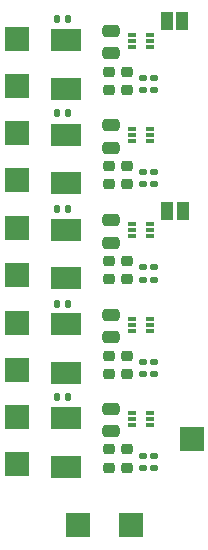
<source format=gbr>
%TF.GenerationSoftware,KiCad,Pcbnew,8.99.0-unknown-3024a7c569~178~ubuntu22.04.1*%
%TF.CreationDate,2024-05-15T11:10:46+10:00*%
%TF.ProjectId,PSU-Plus,5053552d-506c-4757-932e-6b696361645f,rev?*%
%TF.SameCoordinates,Original*%
%TF.FileFunction,Soldermask,Top*%
%TF.FilePolarity,Negative*%
%FSLAX46Y46*%
G04 Gerber Fmt 4.6, Leading zero omitted, Abs format (unit mm)*
G04 Created by KiCad (PCBNEW 8.99.0-unknown-3024a7c569~178~ubuntu22.04.1) date 2024-05-15 11:10:46*
%MOMM*%
%LPD*%
G01*
G04 APERTURE LIST*
G04 Aperture macros list*
%AMRoundRect*
0 Rectangle with rounded corners*
0 $1 Rounding radius*
0 $2 $3 $4 $5 $6 $7 $8 $9 X,Y pos of 4 corners*
0 Add a 4 corners polygon primitive as box body*
4,1,4,$2,$3,$4,$5,$6,$7,$8,$9,$2,$3,0*
0 Add four circle primitives for the rounded corners*
1,1,$1+$1,$2,$3*
1,1,$1+$1,$4,$5*
1,1,$1+$1,$6,$7*
1,1,$1+$1,$8,$9*
0 Add four rect primitives between the rounded corners*
20,1,$1+$1,$2,$3,$4,$5,0*
20,1,$1+$1,$4,$5,$6,$7,0*
20,1,$1+$1,$6,$7,$8,$9,0*
20,1,$1+$1,$8,$9,$2,$3,0*%
G04 Aperture macros list end*
%ADD10RoundRect,0.140000X0.140000X0.170000X-0.140000X0.170000X-0.140000X-0.170000X0.140000X-0.170000X0*%
%ADD11R,2.500000X1.900000*%
%ADD12R,2.000000X2.000000*%
%ADD13RoundRect,0.250000X0.475000X-0.250000X0.475000X0.250000X-0.475000X0.250000X-0.475000X-0.250000X0*%
%ADD14RoundRect,0.225000X0.250000X-0.225000X0.250000X0.225000X-0.250000X0.225000X-0.250000X-0.225000X0*%
%ADD15RoundRect,0.135000X0.185000X-0.135000X0.185000X0.135000X-0.185000X0.135000X-0.185000X-0.135000X0*%
%ADD16RoundRect,0.085000X-0.265000X-0.085000X0.265000X-0.085000X0.265000X0.085000X-0.265000X0.085000X0*%
%ADD17R,1.000000X1.500000*%
G04 APERTURE END LIST*
D10*
%TO.C,C1*%
X169920000Y-137500000D03*
X170880000Y-137500000D03*
%TD*%
D11*
%TO.C,L2*%
X170750000Y-131350000D03*
X170750000Y-135450000D03*
%TD*%
%TO.C,L5*%
X170750000Y-107300000D03*
X170750000Y-111400000D03*
%TD*%
%TO.C,L4*%
X170750000Y-115300000D03*
X170750000Y-119400000D03*
%TD*%
%TO.C,L3*%
X170750000Y-123350000D03*
X170750000Y-127450000D03*
%TD*%
%TO.C,L1*%
X170750000Y-139300000D03*
X170750000Y-143400000D03*
%TD*%
D12*
%TO.C,TP1*%
X176200000Y-148350000D03*
%TD*%
%TO.C,TP3*%
X171700000Y-148350000D03*
%TD*%
D13*
%TO.C,C6*%
X174536000Y-132450000D03*
X174536000Y-130550000D03*
%TD*%
%TO.C,C2*%
X174536000Y-140400000D03*
X174536000Y-138500000D03*
%TD*%
D14*
%TO.C,C4*%
X175900000Y-143500000D03*
X175900000Y-141950000D03*
%TD*%
%TO.C,C7*%
X174400000Y-135550000D03*
X174400000Y-134000000D03*
%TD*%
D10*
%TO.C,C5*%
X170880000Y-129600000D03*
X169920000Y-129600000D03*
%TD*%
D14*
%TO.C,C3*%
X174400000Y-143500000D03*
X174400000Y-141950000D03*
%TD*%
D15*
%TO.C,R5*%
X177200000Y-127560000D03*
X177200000Y-126540000D03*
%TD*%
D14*
%TO.C,C16*%
X175900000Y-119500000D03*
X175900000Y-117950000D03*
%TD*%
D15*
%TO.C,R6*%
X178200000Y-127560000D03*
X178200000Y-126540000D03*
%TD*%
D14*
%TO.C,C8*%
X175900000Y-135550000D03*
X175900000Y-134000000D03*
%TD*%
D10*
%TO.C,C9*%
X170880000Y-121600000D03*
X169920000Y-121600000D03*
%TD*%
D13*
%TO.C,C10*%
X174536000Y-124450000D03*
X174536000Y-122550000D03*
%TD*%
D14*
%TO.C,C11*%
X174400000Y-127550000D03*
X174400000Y-126000000D03*
%TD*%
%TO.C,C12*%
X175900000Y-127550000D03*
X175900000Y-126000000D03*
%TD*%
D10*
%TO.C,C13*%
X170880000Y-113500000D03*
X169920000Y-113500000D03*
%TD*%
D13*
%TO.C,C14*%
X174536000Y-116400000D03*
X174536000Y-114500000D03*
%TD*%
D15*
%TO.C,R2*%
X178200000Y-143510000D03*
X178200000Y-142490000D03*
%TD*%
D14*
%TO.C,C15*%
X174400000Y-119500000D03*
X174400000Y-117950000D03*
%TD*%
D15*
%TO.C,R1*%
X177200000Y-143510000D03*
X177200000Y-142490000D03*
%TD*%
D10*
%TO.C,C17*%
X170880000Y-105500000D03*
X169920000Y-105500000D03*
%TD*%
D13*
%TO.C,C18*%
X174541709Y-108386355D03*
X174541709Y-106486355D03*
%TD*%
D14*
%TO.C,C19*%
X174400000Y-111500000D03*
X174400000Y-109950000D03*
%TD*%
%TO.C,C20*%
X175900000Y-111500000D03*
X175900000Y-109950000D03*
%TD*%
D15*
%TO.C,R3*%
X177200000Y-135560000D03*
X177200000Y-134540000D03*
%TD*%
%TO.C,R4*%
X178200000Y-135560000D03*
X178200000Y-134540000D03*
%TD*%
%TO.C,R8*%
X178200000Y-119510000D03*
X178200000Y-118490000D03*
%TD*%
%TO.C,R7*%
X177200000Y-119510000D03*
X177200000Y-118490000D03*
%TD*%
%TO.C,R10*%
X178200000Y-111510000D03*
X178200000Y-110490000D03*
%TD*%
D12*
%TO.C,TP2*%
X166550000Y-143150000D03*
%TD*%
%TO.C,TP8*%
X166550000Y-123200000D03*
%TD*%
%TO.C,TP11*%
X166550000Y-111150000D03*
%TD*%
%TO.C,TP10*%
X166550000Y-115150000D03*
%TD*%
%TO.C,TP9*%
X166550000Y-119150000D03*
%TD*%
%TO.C,TP5*%
X166550000Y-135200000D03*
%TD*%
%TO.C,TP7*%
X166550000Y-127200000D03*
%TD*%
%TO.C,TP6*%
X166550000Y-131200000D03*
%TD*%
%TO.C,TP4*%
X166550000Y-139200000D03*
%TD*%
%TO.C,TP12*%
X166550000Y-107200000D03*
%TD*%
D15*
%TO.C,R9*%
X177200000Y-111510000D03*
X177200000Y-110490000D03*
%TD*%
D16*
%TO.C,U5*%
X176330000Y-106850000D03*
X176330000Y-107350000D03*
X176330000Y-107850000D03*
X177830000Y-107850000D03*
X177830000Y-107350000D03*
X177830000Y-106850000D03*
%TD*%
%TO.C,U2*%
X176330000Y-130900000D03*
X176330000Y-131400000D03*
X176330000Y-131900000D03*
X177830000Y-131900000D03*
X177830000Y-131400000D03*
X177830000Y-130900000D03*
%TD*%
%TO.C,U4*%
X176330000Y-114850000D03*
X176330000Y-115350000D03*
X176330000Y-115850000D03*
X177830000Y-115850000D03*
X177830000Y-115350000D03*
X177830000Y-114850000D03*
%TD*%
D12*
%TO.C,TP13*%
X181350000Y-141100000D03*
%TD*%
D16*
%TO.C,U3*%
X176330000Y-122900000D03*
X176330000Y-123400000D03*
X176330000Y-123900000D03*
X177830000Y-123900000D03*
X177830000Y-123400000D03*
X177830000Y-122900000D03*
%TD*%
D17*
%TO.C,JP2*%
X179275000Y-105700000D03*
X180575000Y-105700000D03*
%TD*%
%TO.C,JP1*%
X180600000Y-121800000D03*
X179300000Y-121800000D03*
%TD*%
D16*
%TO.C,U1*%
X176330000Y-138850000D03*
X176330000Y-139350000D03*
X176330000Y-139850000D03*
X177830000Y-139850000D03*
X177830000Y-139350000D03*
X177830000Y-138850000D03*
%TD*%
M02*

</source>
